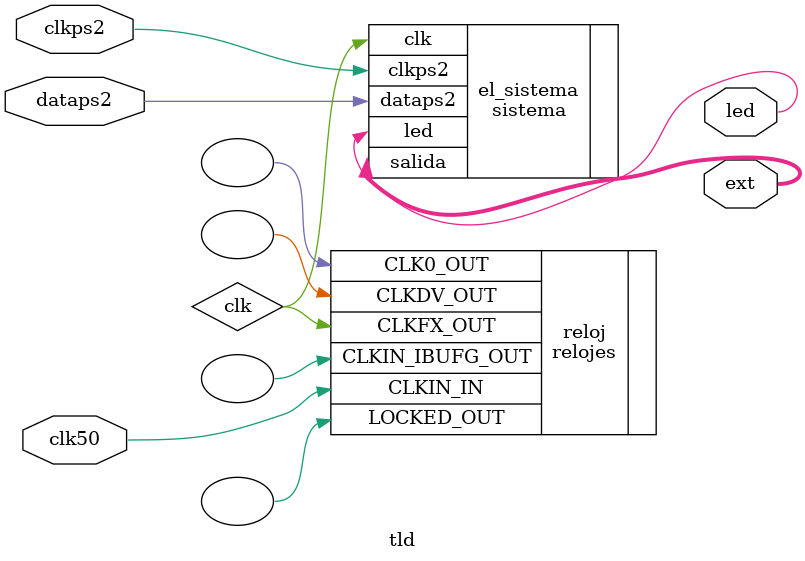
<source format=v>
`timescale 1ns / 1ps
module tld (
    input wire clk50,
    input wire clkps2,
    input wire dataps2,
    output wire led,
    output wire [36:1] ext
    );

    wire clk;
    
    relojes reloj (
        .CLKIN_IN(clk50), 
        .CLKDV_OUT(), 
        .CLKFX_OUT(clk), 
        .CLKIN_IBUFG_OUT(), 
        .CLK0_OUT(), 
        .LOCKED_OUT()
    );

    sistema el_sistema (
        .clk(clk),
        .clkps2(clkps2),
        .dataps2(dataps2),
        .led(led),
        .salida(ext)
    );
endmodule

</source>
